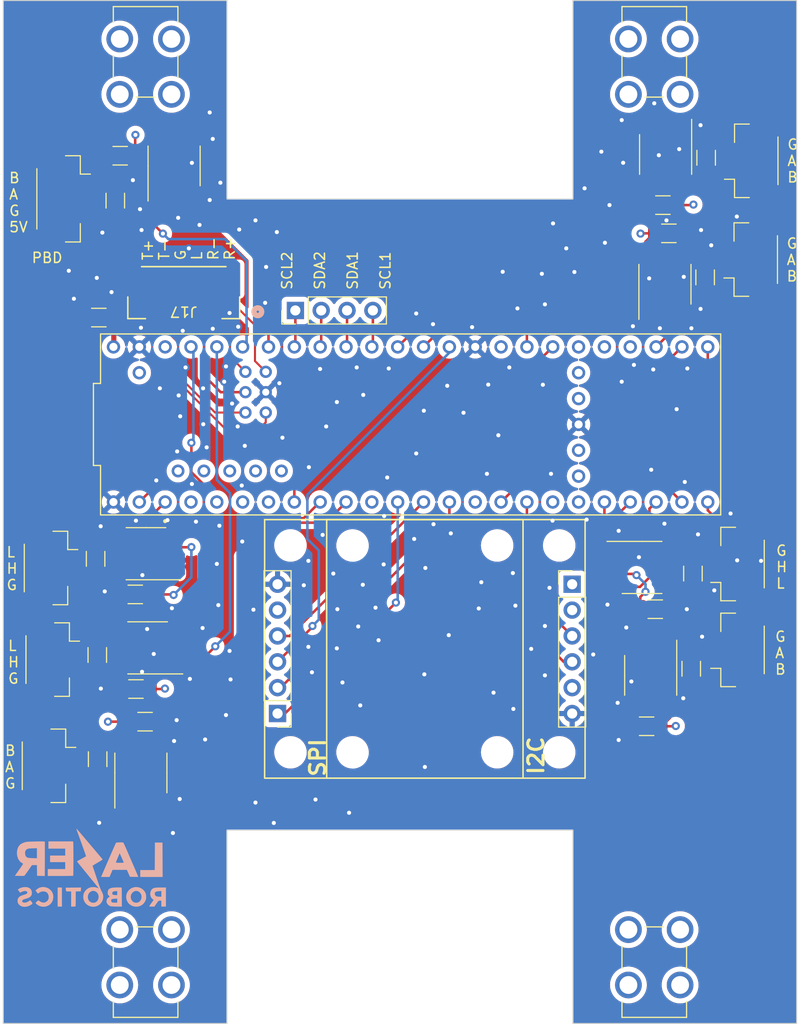
<source format=kicad_pcb>
(kicad_pcb (version 20221018) (generator pcbnew)
  (layers (0 "F.Cu" signal) (1 "In1.Cu" power "PWR") (2 "In2.Cu" power "GND") (31 "B.Cu" signal) (34 "B.Paste" user) (35 "F.Paste" user) (36 "B.SilkS" user "B.Silkscreen") (37 "F.SilkS" user "F.Silkscreen") (38 "B.Mask" user) (39 "F.Mask" user) (44 "Edge.Cuts" user))
  (net 0 "")
  (net 1 "+3.3V")
  (net 2 "GND")
  (net 3 "+5V")
  (net 4 "/RS485 Transceivers/B1")
  (net 5 "/RS485 Transceivers/A1")
  (net 6 "/RS485 Transceivers/B2")
  (net 7 "/RS485 Transceivers/A2")
  (net 8 "/RX5")
  (net 9 "/TX5")
  (net 10 "/SCL2")
  (net 11 "/SDA2")
  (net 12 "/SCL1")
  (net 13 "/SDA1")
  (net 14 "/CS")
  (net 15 "/SCLK")
  (net 16 "/RX1")
  (net 17 "/RTS1")
  (net 18 "/TX1")
  (net 19 "/RX2")
  (net 20 "/RTS2")
  (net 21 "/TX2")
  (net 22 "/RX3")
  (net 23 "/RTS3")
  (net 24 "/TX3")
  (net 25 "/RX4")
  (net 26 "/RTS4")
  (net 27 "/TX4")
  (net 28 "/CTX1")
  (net 29 "/CRX1")
  (net 31 "/CTX2")
  (net 32 "/CRX2")
  (net 34 "/MISO{slash}POCI")
  (net 47 "/MOSI{slash}PICO")
  (net 51 "/SDA3")
  (net 52 "/SCL3")
  (net 55 "/RS485 Transceivers/B3")
  (net 56 "/RS485 Transceivers/A3")
  (net 57 "/RS485 Transceivers/B4")
  (net 58 "/RS485 Transceivers/A4")
  (net 59 "/CRX3")
  (net 60 "/CTX3")
  (net 62 "/RTS5")
  (net 63 "/CAN Transceivers/L1")
  (net 64 "/CAN Transceivers/H1")
  (net 65 "/CAN Transceivers/L2")
  (net 66 "/CAN Transceivers/H2")
  (net 67 "/CAN Transceivers/L3")
  (net 68 "/CAN Transceivers/H3")
  (net 69 "/RS485 Transceivers/B5")
  (net 70 "/RS485 Transceivers/A5")
  (net 91 "/RX+")
  (net 92 "/RX-")
  (net 93 "/LED")
  (net 94 "/TX-")
  (net 95 "/TX+")
  (footprint "7774:KEYSTONE_7774" (layer "F.Cu") (at 117 40 -90)
    (fp_text reference "J12" hide)
    (fp_text value "7774")
  )
  (footprint "MountingHole:MountingHole_2.7mm_M2.5" (layer "F.Cu") (at 131.24 107.36 90)
    (fp_text reference "H5" hide)
    (fp_text value "MountingHole")
  )
  (footprint "Package_SO:SOIC-8_3.9x4.9mm_P1.27mm" (layer "F.Cu") (at 116.535 109.386624 90)
    (fp_text reference "U2")
    (fp_text value "SP3485CP")
  )
  (footprint "Capacitor_SMD:C_1206_3216Metric" (layer "F.Cu") (at 112.4 64.65 180)
    (fp_text reference "C5")
    (fp_text value "1uF")
  )
  (footprint "Package_SO:SOIC-8_3.9x4.9mm_P1.27mm" (layer "F.Cu") (at 119.8 49.75 90)
    (fp_text reference "U9" hide)
    (fp_text value "SP3485CP")
  )
  (footprint "Connector_JST:JST_GH_SM03B-GHS-TB_1x03-1MP_P1.25mm_Horizontal" (layer "F.Cu") (at 176.6 49.25 90)
    (fp_text reference "J2")
    (fp_text value "Conn_01x03_Socket")
  )
  (footprint "Connector_JST:JST_GH_SM03B-GHS-TB_1x03-1MP_P1.25mm_Horizontal" (layer "F.Cu") (at 107.435 108.686624 -90)
    (fp_text reference "J1")
    (fp_text value "Conn_01x03_Socket")
  )
  (footprint "Resistor_SMD:R_1206_3216Metric" (layer "F.Cu") (at 112.25 97.8 -90)
    (fp_text reference "R6")
    (fp_text value "120ohm")
  )
  (footprint "Capacitor_SMD:C_1206_3216Metric" (layer "F.Cu") (at 166.25 104.8 180)
    (fp_text reference "C1")
    (fp_text value "0.1uF")
  )
  (footprint "7774:KEYSTONE_7774" (layer "F.Cu") (at 167 40 -90)
    (fp_text reference "J13" hide)
    (fp_text value "7774")
  )
  (footprint "Resistor_SMD:R_1206_3216Metric" (layer "F.Cu") (at 112.285 108.036624 90)
    (fp_text reference "R1")
    (fp_text value "220ohm")
  )
  (footprint "Capacitor_SMD:C_1206_3216Metric" (layer "F.Cu") (at 167.1 93.3)
    (fp_text reference "C8" hide)
    (fp_text value "0.1uF")
  )
  (footprint "Resistor_SMD:R_1206_3216Metric" (layer "F.Cu") (at 172 60.7 -90)
    (fp_text reference "R4")
    (fp_text value "220ohm")
  )
  (footprint "Connector_PinHeader_2.54mm:PinHeader_1x04_P2.54mm_Vertical" (layer "F.Cu") (at 131.72 63.95 90)
    (fp_text reference "J7" hide)
    (fp_text value "Conn_01x08_Socket")
  )
  (footprint "Connector_JST:JST_GH_SM03B-GHS-TB_1x03-1MP_P1.25mm_Horizontal" (layer "F.Cu") (at 176.55 58.95 90)
    (fp_text reference "J4")
    (fp_text value "Conn_01x03_Socket")
  )
  (footprint "MountingHole:MountingHole_2.7mm_M2.5" (layer "F.Cu") (at 137.34 107.36 90)
    (fp_text reference "H11" hide)
    (fp_text value "MountingHole")
  )
  (footprint "Connector_JST:JST_GH_SM03B-GHS-TB_1x03-1MP_P1.25mm_Horizontal" (layer "F.Cu") (at 107.8 98.25 -90)
    (fp_text reference "J6")
    (fp_text value "Conn_01x03_Socket")
  )
  (footprint "MountingHole:MountingHole_2.7mm_M2.5" (layer "F.Cu") (at 151.56 107.36 90)
    (fp_text reference "H8" hide)
    (fp_text value "MountingHole")
  )
  (footprint "Capacitor_SMD:C_1206_3216Metric" (layer "F.Cu") (at 116.95 104.35)
    (fp_text reference "C6")
    (fp_text value "0.1uF")
  )
  (footprint "Resistor_SMD:R_1206_3216Metric" (layer "F.Cu") (at 170.8 89.8 90)
    (fp_text reference "R7" hide)
    (fp_text value "120ohm")
  )
  (footprint "Connector_JST:JST_GH_SM03B-GHS-TB_1x03-1MP_P1.25mm_Horizontal" (layer "F.Cu") (at 107.63375 89.25375 -90)
    (fp_text reference "J5")
    (fp_text value "Conn_01x03_Socket")
  )
  (footprint "MountingHole:MountingHole_2.7mm_M2.5" (layer "F.Cu") (at 157.66 87.04 90)
    (fp_text reference "H10" hide)
    (fp_text value "MountingHole")
  )
  (footprint "Capacitor_SMD:C_1206_3216Metric" (layer "F.Cu") (at 167.85 53.6 180)
    (fp_text reference "C2" hide)
    (fp_text value "0.1uF")
  )
  (footprint "Connector_PinHeader_2.54mm:PinHeader_1x06_P2.54mm_Vertical" (layer "F.Cu") (at 158.93 90.85)
    (fp_text reference "J9" hide)
    (fp_text value "Conn_01x05_Socket")
  )
  (footprint "MountingHole:MountingHole_2.7mm_M2.5" (layer "F.Cu") (at 151.56 87.04 90)
    (fp_text reference "H7" hide)
    (fp_text value "MountingHole")
  )
  (footprint "Capacitor_SMD:C_1206_3216Metric" (layer "F.Cu") (at 114.5 48.75 180)
    (fp_text reference "C9" hide)
    (fp_text value "0.1uF")
  )
  (footprint "7774:KEYSTONE_7774" (layer "F.Cu") (at 167 127.5 90)
    (fp_text reference "J15" hide)
    (fp_text value "7774")
  )
  (footprint "MountingHole:MountingHole_2.7mm_M2.5" (layer "F.Cu") (at 131.24 87.04 90)
    (fp_text reference "H6" hide)
    (fp_text value "MountingHole")
  )
  (footprint "Resistor_SMD:R_1206_3216Metric" (layer "F.Cu") (at 172.1 48.95 -90)
    (fp_text reference "R2")
    (fp_text value "220ohm")
  )
  (footprint "Capacitor_SMD:C_1206_3216Metric" (layer "F.Cu") (at 168.435 56.375)
    (fp_text reference "C3")
    (fp_text value "0.1uF")
  )
  (footprint "Resistor_SMD:R_1206_3216Metric" (layer "F.Cu") (at 112.08375 88.35375 -90)
    (fp_text reference "R5")
    (fp_text value "120ohm")
  )
  (footprint "Resistor_SMD:R_1206_3216Metric" (layer "F.Cu") (at 114.020749 53.1625 90)
    (fp_text reference "R8" hide)
    (fp_text value "220ohm")
  )
  (footprint "footprints:CONN_SM06B-GHS-TB_JST" (layer "F.Cu") (at 120.75 62.2 180)
    (fp_text reference "J17")
    (fp_text value "SM06B-GHS-TB")
  )
  (footprint "Capacitor_SMD:C_1206_3216Metric" (layer "F.Cu") (at 116.05 101.1425 180)
    (fp_text reference "C4")
    (fp_text value "0.1uF")
  )
  (footprint "Connector_JST:JST_GH_SM04B-GHS-TB_1x04-1MP_P1.25mm_Horizontal" (layer "F.Cu") (at 108.870749 52.9875 -90)
    (fp_text reference "J11" hide)
    (fp_text value "Conn_01x03_Socket")
  )
  (footprint "Teensy 4.1:Teensy_4.1" (layer "F.Cu") (at 143.05 75.15)
    (fp_text reference "U1")
    (fp_text value "Teensy 4.1")
  )
  (footprint "Package_SO:SOIC-8_3.9x4.9mm_P1.27mm" (layer "F.Cu") (at 165.8 89.2)
    (fp_text reference "U8" hide)
    (fp_text value "SN65HVD230")
  )
  (footprint "Package_SO:SOIC-8_3.9x4.9mm_P1.27mm" (layer "F.Cu") (at 168.05 61.375 90)
    (fp_text reference "U5")
    (fp_text value "SP3485CP")
  )
  (footprint "Connector_JST:JST_GH_SM03B-GHS-TB_1x03-1MP_P1.25mm_Horizontal" (layer "F.Cu") (at 175.25 97.3 90)
    (fp_text reference "J3")
    (fp_text value "Conn_01x03_Socket")
  )
  (footprint "Package_SO:SOIC-8_3.9x4.9mm_P1.27mm" (layer "F.Cu") (at 166.65 99.8 -90)
    (fp_text reference "U4")
    (fp_text value "SP3485CP")
  )
  (footprint "MountingHole:MountingHole_2.7mm_M2.5" (layer "F.Cu") (at 157.66 107.36 90)
    (fp_text reference "H9" hide)
    (fp_text value "MountingHole")
  )
  (footprint "Resistor_SMD:R_1206_3216Metric" (layer "F.Cu") (at 170.635 99.15 -90)
    (fp_text reference "R3")
    (fp_text value "220ohm")
  )
  (footprint "Connector_PinHeader_2.54mm:PinHeader_1x06_P2.54mm_Vertical" (layer "F.Cu") (at 129.97 103.55 180)
    (fp_text reference "J8")
    (fp_text value "Conn_01x05_Socket")
  )
  (footprint "MountingHole:MountingHole_2.7mm_M2.5" (layer "F.Cu") (at 137.34 87.04 90)
    (fp_text reference "H12" hide)
    (fp_text value "MountingHole")
  )
  (footprint "Connector_JST:JST_GH_SM03B-GHS-TB_1x03-1MP_P1.25mm_Horizontal" (layer "F.Cu") (at 175.25 88.8625 90)
    (fp_text reference "J10" hide)
    (fp_text value "Conn_01x03_Socket")
  )
  (footprint "Package_SO:SOIC-8_3.9x4.9mm_P1.27mm" (layer "F.Cu") (at 117.2 97.1 180)
    (fp_text reference "U7")
    (fp_text value "SN65HVD230")
  )
  (footprint "Capacitor_SMD:C_1206_3216Metric" (layer "F.Cu") (at 115.98375 91.84875 180)
    (fp_text reference "C7")
    (fp_text value "0.1uF")
  )
  (footprint "Package_SO:SOIC-8_3.9x4.9mm_P1.27mm" (layer "F.Cu") (at 168.115 48.625 -90)
    (fp_text reference "U3")
    (fp_text value "SP3485CP")
  )
  (footprint "7774:KEYSTONE_7774" (layer "F.Cu") (at 117 127.5 90)
    (fp_text reference "J14" hide)
    (fp_text value "7774")
  )
  (footprint "Package_SO:SOIC-8_3.9x4.9mm_P1.27mm" (layer "F.Cu") (at 117.03375 87.84875 180)
    (fp_text reference "U6")
    (fp_text value "SN65HVD230")
  )
  (footprint "LOGO" (layer "B.Cu") (at 111.75 118.15 180)
    (fp_text reference "G***" hide)
    (fp_text value "LOGO" hide)
  )
  (gr_rect (start 134.8 84.5) (end 160.2 109.9) (stroke (width 0.15)) (fill none) (layer "F.SilkS"))
  (gr_rect (start 128.7 84.5) (end 154.1 109.9) (stroke (width 0.15)) (fill none) (layer "F.SilkS"))
  (gr_line (start 125 115) (end 159 115) (stroke (width 0.1)) (layer "Edge.Cuts"))
  (gr_line (start 181 33.5) (end 159 33.5) (stroke (width 0.1)) (layer "Edge.Cuts"))
  (gr_line (start 181 33.5) (end 181 134) (stroke (width 0.1)) (layer "Edge.Cuts"))
  (gr_line (start 125 134) (end 125 115) (stroke (width 0.1)) (layer "Edge.Cuts"))
  (gr_line (start 125 33.5) (end 125 53) (stroke (width 0.1)) (layer "Edge.Cuts"))
  (gr_line (start 103 134) (end 103 33.5) (stroke (width 0.1)) (layer "Edge.Cuts"))
  (gr_line (start 103 33.5) (end 125 33.5) (stroke (width 0.1)) (layer "Edge.Cuts"))
  (gr_line (start 103 134) (end 125 134) (stroke (width 0.1)) (layer "Edge.Cuts"))
  (gr_line (start 159 134) (end 159 115) (stroke (width 0.1)) (layer "Edge.Cuts"))
  (gr_line (start 125 53) (end 159 53) (stroke (width 0.1)) (layer "Edge.Cuts"))
  (gr_line (start 159 33.5) (end 159 53) (stroke (width 0.1)) (layer "Edge.Cuts"))
  (gr_line (start 181 134) (end 159 134) (stroke (width 0.1)) (layer "Edge.Cuts"))
  (gr_text "L\nH\nG" (at 103.25 91.50375) (layer "F.SilkS") (effects (font (size 1 1)) (justify left bottom)))
  (gr_text "B\nA\nG" (at 103.1 111) (layer "F.SilkS") (effects (font (size 1 1)) (justify left bottom)))
  (gr_text "SCL2\n\nSDA2\n\nSDA1\n\nSCL1" (at 141.15 62 90) (layer "F.SilkS") (effects (font (size 1 1)) (justify left bottom)))
  (gr_text "B\nA\nG\n5V" (at 103.5 56.35) (layer "F.SilkS") (effects (font (size 1 1)) (justify left bottom)))
  (gr_text "G\nH\nL" (at 178.9 91.35) (layer "F.SilkS") (effects (font (size 1 1)) (justify left bottom)))
  (gr_text "G\nA\nB" (at 178.8 99.8) (layer "F.SilkS") (effects (font (size 1 1)) (justify left bottom)))
  (gr_text "G\nA\nB" (at 180 51.45) (layer "F.SilkS") (effects (font (size 1 1)) (justify left bottom)))
  (gr_text "T+\nT-\nG\nL\nR-\nR+\n" (at 125.85 59.1 90) (layer "F.SilkS") (effects (font (size 1 1)) (justify left bottom)))
  (gr_text "L\nH\nG" (at 103.4 100.7) (layer "F.SilkS") (effects (font (size 1 1)) (justify left bottom)))
  (gr_text "G\nA\nB" (at 179.935 61.175) (layer "F.SilkS") (effects (font (size 1 1)) (justify left bottom)))
  (gr_text "I2C" (at 156.26 109.7 90) (layer "F.SilkS") (effects (font (size 1.5 1.5) (thickness 0.3) bold) (justify left bottom)))
  (gr_text "SPI" (at 134.8 109.9 90) (layer "F.SilkS") (effects (font (size 1.5 1.5) (thickness 0.3) bold) (justify left bottom)))
  (gr_text "PBD" (at 105.720749 59.3625) (layer "F.SilkS") (effects (font (size 1 1)) (justify left bottom)))
  (segment (start 165.135 89.835) (end 163.325 89.835) (width 0.25) (layer "F.Cu") (net 1))
  (segment (start 170.8 53.6) (end 170.85 53.55) (width 0.25) (layer "F.Cu") (net 1))
  (segment (start 114.63 105.195) (end 114.63 106.911624) (width 0.25) (layer "F.Cu") (net 1))
  (segment (start 167.725 104.8) (end 168.555 103.97) (width 0.25) (layer "F.Cu") (net 1))
  (segment (start 117.035 96.465) (end 119.675 96.465) (width 0.25) (layer "F.Cu") (net 1))
  (segment (start 118.8575 101.1425) (end 118.9 101.1) (width 0.25) (layer "F.Cu") (net 1))
  (segment (start 116.5 97) (end 117.035 96.465) (width 0.25) (layer "F.Cu") (net 1))
  (segment (start 170.02 52.905) (end 169.325 53.6) (width 0.25) (layer "F.Cu") (net 1))
  (segment (start 119.75 91.9) (end 119.69875 91.84875) (width 0.25) (layer "F.Cu") (net 1))
  (segment (start 116.5 97.8) (end 116.5 97) (width 0.25) (layer "F.Cu") (net 1))
  (segment (start 165.25 89.95) (end 165.135 89.835) (width 0.25) (layer "F.Cu") (net 1))
  (segment (start 165.625 92.099598) (end 166.137299 91.587299) (width 0.25) (layer "F.Cu") (net 1))
  (segment (start 115.475 104.35) (end 113.3 104.35) (width 0.25) (layer "F.Cu") (net 1))
  (segment (start 115.975 48.75) (end 117.45 47.275) (width 0.25) (layer "F.Cu") (net 1))
  (segment (start 166.145 57.19) (end 166.145 58.9) (width 0.25) (layer "F.Cu") (net 1))
  (segment (start 165.625 93.3) (end 165.625 92.099598) (width 0.25) (layer "F.Cu") (net 1))
  (segment (start 117.45 47.275) (end 117.895 47.275) (width 0.25) (layer "F.Cu") (net 1))
  (segment (start 117.525 101.1425) (end 117.525 98.825) (width 0.25) (layer "F.Cu") (net 1))
  (segment (start 117.525 98.825) (end 116.5 97.8) (width 0.25) (layer "F.Cu") (net 1))
  (segment (start 167.725 104.8) (end 169.09 104.8) (width 0.25) (layer "F.Cu") (net 1))
  (segment (start 166.96 56.375) (end 165.675 56.375) (width 0.25) (layer "F.Cu") (net 1))
  (segment (start 119.50875 87.21375) (end 121.48625 87.21375) (width 0.25) (layer "F.Cu") (net 1))
  (segment (start 119.69875 91.84875) (end 117.45875 91.84875) (width 0.25) (layer "F.Cu") (net 1))
  (segment (start 115.475 104.35) (end 114.63 105.195) (width 0.25) (layer "F.Cu") (net 1))
  (segment (start 166.96 56.375) (end 166.145 57.19) (width 0.25) (layer "F.Cu") (net 1))
  (segment (start 169.09 104.8) (end 169.115 104.775) (width 0.25) (layer "F.Cu") (net 1))
  (segment (start 170.02 51.1) (end 170.02 52.905) (width 0.25) (layer "F.Cu") (net 1))
  (segment (start 117.525 101.1425) (end 118.8575 101.1425) (width 0.25) (layer "F.Cu") (net 1))
  (segment (start 168.555 103.97) (end 168.555 102.275) (width 0.25) (layer "F.Cu") (net 1))
  (segment (start 169.325 53.6) (end 170.8 53.6) (width 0.25) (layer "F.Cu") (net 1))
  (segment (start 115.975 46.725) (end 116 46.7) (width 0.25) (layer "F.Cu") (net 1))
  (segment (start 121.48625 87.21375) (end 121.5 87.2) (width 0.25) (layer "F.Cu") (net 1))
  (segment (start 115.975 48.75) (end 115.975 46.725) (width 0.25) (layer "F.Cu") (net 1))
  (via (at 119.75 91.9) (size 0.8) (drill 0.4) (layers "F.Cu" "B.Cu") (net 1))
  (via (at 121.5 87.2) (size 0.8) (drill 0.4) (layers "F.Cu" "B.Cu") (net 1))
  (via (at 113.3 104.35) (size 0.8) (drill 0.4) (layers "F.Cu" "B.Cu") (net 1))
  (via (at 116 46.7) (size 0.8) (drill 0.4) (layers "F.Cu" "B.Cu") (net 1))
  (via (at 166.137299 91.587299) (size 0.8) (drill 0.4) (layers "F.Cu" "B.Cu") (net 1))
  (via (at 165.65 56.4) (size 0.8) (drill 0.4) (layers "F.Cu" "B.Cu") (net 1))
  (via (at 170.85 53.55) (size 0.8) (drill 0.4) (layers "F.Cu" "B.Cu") (net 1))
  (via (at 165.25 89.95) (size 0.8) (drill 0.4) (layers "F.Cu" "B.Cu") (net 1))
  (via (at 118.9 101.1) (size 0.8) (drill 0.4) (layers "F.Cu" "B.Cu") (net 1))
  (via (at 169.115 104.775) (size 0.8) (drill 0.4) (layers "F.Cu" "B.Cu") (net 1))
  (segment (start 165.25 89.95) (end 166.137299 90.837299) (width 0.25) (layer "B.Cu") (net 1))
  (segment (start 166.137299 90.837299) (end 166.137299 91.587299) (width 0.25) (layer "B.Cu") (net 1))
  (segment (start 119.75 91.9) (end 121.5 90.15) (width 0.25) (layer "B.Cu") (net 1))
  (segment (start 121.5 90.15) (end 121.5 87.2) (width 0.25) (layer "B.Cu") (net 1))
  (via (at 112.6 101.1) (size 0.8) (drill 0.4) (layers "F.Cu" "B.Cu") (net 2))
  (via (at 121.35 100.15) (size 0.8) (drill 0.4) (layers "F.Cu" "B.Cu") (net 2))
  (via (at 168.2 55.1) (size 0.8) (drill 0.4) (layers "F.Cu" "B.Cu") (net 2))
  (via (at 157.05 55.4) (size 0.8) (drill 0.4) (layers "F.Cu" "B.Cu") (net 2))
  (via (at 133 88.55) (size 0.8) (drill 0.4) (layers "F.Cu" "B.Cu") (net 2))
  (via (at 119.685 115.286624) (size 0.8) (drill 0.4) (layers "F.Cu" "B.Cu") (net 2))
  (via (at 143.6 64.25) (size 0.8) (drill 0.4) (layers "F.Cu" "B.Cu") (net 2))
  (via (at 163.5 106.15) (size 0.8) (drill 0.4) (layers "F.Cu" "B.Cu") (net 2))
  (via (at 116.54073 65.647378) (size 0.8) (drill 0.4) (layers "F.Cu" "B.Cu") (net 2))
  (via (at 133 97) (size 0.8) (drill 0.4) (layers "F.Cu" "B.Cu") (net 2))
  (via (at 166.9 69.75) (size 0.8) (drill 0.4) (layers "F.Cu" "B.Cu") (net 2))
  (via (at 156.25 94.95) (size 0.8) (drill 0.4) (layers "F.Cu" "B.Cu") (net 2))
  (via (at 171.6 56.05) (size 0.8) (drill 0.4) (layers "F.Cu" "B.Cu") (net 2))
  (via (at 170.2 93.3) (size 0.8) (drill 0.4) (layers "F.Cu" "B.Cu") (net 2))
  (via (at 121.55 49.45) (size 0.8) (drill 0.4) (layers "F.Cu" "B.Cu") (net 2))
  (via (at 166.7 79.6) (size 0.8) (drill 0.4) (layers "F.Cu" "B.Cu") (net 2))
  (via (at 120.4 74.35) (size 0.8) (drill 0.4) (layers "F.Cu" "B.Cu") (net 2))
  (via (at 150 90.65) (size 0.8) (drill 0.4) (layers "F.Cu" "B.Cu") (net 2))
  (via (at 152.75 69.55) (size 0.8) (drill 0.4) (layers "F.Cu" "B.Cu") (net 2))
  (via (at 123 77.4) (size 0.8) (drill 0.4) (layers "F.Cu" "B.Cu") (net 2))
  (via (at 130.45 76.45) (size 0.8) (drill 0.4) (layers "F.Cu" "B.Cu") (net 2))
  (via (at 120.1 77.8) (size 0.8) (drill 0.4) (layers "F.Cu" "B.Cu") (net 2))
  (via (at 172.6 57.55) (size 0.8) (drill 0.4) (layers "F.Cu" "B.Cu") (net 2))
  (via (at 119.58375 93.20375) (size 0.8) (drill 0.4) (layers "F.Cu" "B.Cu") (net 2))
  (via (at 109.95 62.8) (size 0.8) (drill 0.4) (layers "F.Cu" "B.Cu") (net 2))
  (via (at 135.794635 97.14598) (size 0.8) (drill 0.4) (layers "F.Cu" "B.Cu") (net 2))
  (via (at 136.35 100.5) (size 0.8) (drill 0.4) (layers "F.Cu" "B.Cu") (net 2))
  (via (at 156.25 99.8) (size 0.8) (drill 0.4) (layers "F.Cu" "B.Cu") (net 2))
  (via (at 124.25 85.1) (size 0.8) (drill 0.4) (layers "F.Cu" "B.Cu") (net 2))
  (via (at 124 88.85) (size 0.8) (drill 0.4) (layers "F.Cu" "B.Cu") (net 2))
  (via (at 121.95 84.7) (size 0.8) (drill 0.4) (layers "F.Cu" "B.Cu") (net 2))
  (via (at 153.35 92.95) (size 0.8) (drill 0.4) (layers "F.Cu" "B.Cu") (net 2))
  (via (at 124.15 92.9) (size 0.8) (drill 0.4) (layers "F.Cu" "B.Cu") (net 2))
  (via (at 145.25 65.3) (size 0.8) (drill 0.4) (layers "F.Cu" "B.Cu") (net 2))
  (via (at 154.9 97.2) (size 0.8) (drill 0.4) (layers "F.Cu" "B.Cu") (net 2))
  (via (at 138.35 90.9) (size 0.8) (drill 0.4) (layers "F.Cu" "B.Cu") (net 2))
  (via (at 169.2 73.65) (size 0.8) (drill 0.4) (layers "F.Cu" "B.Cu") (net 2))
  (via (at 171.7 96) (size 0.8) (drill 0.4) (layers "F.Cu" "B.Cu") (net 2))
  (via (at 156.05 71.25) (size 0.8) (drill 0.4) (layers "F.Cu" "B.Cu") (net 2))
  (via (at 162.6 53.6) (size 0.8) (drill 0.4) (layers "F.Cu" "B.Cu") (net 2))
  (via (at 170.25 69.65) (size 0.8) (drill 0.4) (layers "F.Cu" "B.Cu") (net 2))
  (via (at 145.3 84.95) (size 0.8) (drill 0.4) (layers "F.Cu" "B.Cu") (net 2))
  (via (at 127.6 93.35) (size 0.8) (drill 0.4) (layers "F.Cu" "B.Cu") (net 2))
  (via (at 138.394771 72.247892) (size 0.8) (drill 0.4) (layers "F.Cu" "B.Cu") (net 2))
  (via (at 116.45 54) (size 0.8) (drill 0.4) (layers "F.Cu" "B.Cu") (net 2))
  (via (at 127.8 112.3) (size 0.8) (drill 0.4) (layers "F.Cu" "B.Cu") (net 2))
  (via (at 119.8 106.25) (size 0.8) (drill 0.4) (layers "F.Cu" "B.Cu") (net 2))
  (via (at 126.1 65.55) (size 0.8) (drill 0.4) (layers "F.Cu" "B.Cu") (net 2))
  (via (at 121.25 57.85) (size 0.8) (drill 0.4) (layers "F.Cu" "B.Cu") (net 2))
  (via (at 177.5 88.55) (size 0.8) (drill 0.4) (layers "F.Cu" "B.Cu") (net 2))
  (via (at 164.75 100.4) (size 0.8) (drill 0.4) (layers "F.Cu" "B.Cu") (net 2))
  (via (at 122.3 55.55) (size 0.8) (drill 0.4) (layers "F.Cu" "B.Cu") (net 2))
  (via (at 120.25 72.3) (size 0.8) (drill 0.4) (layers "F.Cu" "B.Cu") (net 2))
  (via (at 112.435 114.286624) (size 0.8) (drill 0.4) (layers "F.Cu" "B.Cu") (net 2))
  (via (at 157 84.6) (size 0.8) (drill 0.4) (layers "F.Cu" "B.Cu") (net 2))
  (via (at 163.4 102.5) (size 0.8) (drill 0.4) (layers "F.Cu" "B.Cu") (net 2))
  (via (at 120.35 111.95) (size 0.8) (drill 0.4) (layers "F.Cu" "B.Cu") (net 2))
  (via (at 162.4 92.85) (size 0.8) (drill 0.4) (layers "F.Cu" "B.Cu") (net 2))
  (via (at 169.9 60.65) (size 0.8) (drill 0.4) (layers "F.Cu" "B.Cu") (net 2))
  (via (at 175.115 54.725) (size 0.8) (drill 0.4) (layers "F.Cu" "B.Cu") (net 2))
  (via (at 168 84.9) (size 0.8) (drill 0.4) (layers "F.Cu" "B.Cu") (net 2))
  (via (at 150.680126 71.23654) (size 0.8) (drill 0.4) (layers "F.Cu" "B.Cu") (net 2))
  (via (at 167.45 48.7) (size 0.8) (drill 0.4) (layers "F.Cu" "B.Cu") (net 2))
  (via (at 137 113.3) (size 0.8) (drill 0.4) (layers "F.Cu" "B.Cu") (net 2))
  (via (at 134.4 86) (size 0.8) (drill 0.4) (layers "F.Cu" "B.Cu") (net 2))
  (via (at 120.2 54.85) (size 0.8) (drill 0.4) (layers "F.Cu" "B.Cu") (net 2))
  (via (at 171.55 63.8) (size 0.8) (drill 0.4) (layers "F.Cu" "B.Cu") (net 2))
  (via (at 139.9 96.35) (size 0.8) (drill 0.4) (layers "F.Cu" "B.Cu") (net 2))
  (via (at 125.5 73.1) (size 0.8) (drill 0.4) (layers "F.Cu" "B.Cu") (net 2))
  (via (at 172.9 91.45) (size 0.8) (drill 0.4) (layers "F.Cu" "B.Cu") (net 2))
  (via (at 126.75 77.25) (size 0.8) (drill 0.4) (layers "F.Cu" "B.Cu") (net 2))
  (via (at 140.749368 80.361512) (size 0.8) (drill 0.4) (layers "F.Cu" "B.Cu") (net 2))
  (via (at 171.3 85.95) (size 0.8) (drill 0.4) (layers "F.Cu" "B.Cu") (net 2))
  (via (at 135.45 89.8) (size 0.8) (drill 0.4) (layers "F.Cu" "B.Cu") (net 2))
  (via (at 135.8 72.95) (size 0.8) (drill 0.4) (layers "F.Cu" "B.Cu") (net 2))
  (via (at 166.5 60.8) (size 0.8) (drill 0.4) (layers "F.Cu" "B.Cu") (net 2))
  (via (at 109.45 60.05) (size 0.8) (drill 0.4) (layers "F.Cu" "B.Cu") (net 2))
  (via (at 117.8 97.7) (size 0.8) (drill 0.4) (layers "F.Cu" "B.Cu") (net 2))
  (via (at 165 69.3) (size 0.8) (drill 0.4) (layers "F.Cu" "B.Cu") (net 2))
  (via (at 127.8 55.1) (size 0.8) (drill 0.4) (layers "F.Cu" "B.Cu") (net 2))
  (via (at 132.55 90.95) (size 0.8) (drill 0.4) (layers "F.Cu" "B.Cu") (net 2))
  (via (at 138.1 102.75) (size 0.8) (drill 0.4) (layers "F.Cu" "B.Cu") (net 2))
  (via (at 123.6 65.75) (size 0.8) (drill 0.4) (layers "F.Cu" "B.Cu") (net 2))
  (via (at 137.75 69.55) (size 0.8) (drill 0.4) (layers "F.Cu" "B.Cu") (net 2))
  (via (at 120.65 65.95) (size 0.8) (drill 0.4) (layers "F.Cu" "B.Cu") (net 2))
  (via (at 122.6 95.15) (size 0.8) (drill 0.4) (layers "F.Cu" "B.Cu") (net 2))
  (via (at 174.5 83.9) (size 0.8) (drill 0.4) (layers "F.Cu" "B.Cu") (net 2))
  (via (at 146.65 71.35) (size 0.8) (drill 0.4) (layers "F.Cu" "B.Cu") (net 2))
  (via (at 123.6 47.1) (size 0.8) (drill 0.4) (layers "F.Cu" "B.Cu") (net 2))
  (via (at 167 43.6) (size 0.8) (drill 0.4) (layers "F.Cu" "B.Cu") (net 2))
  (via (at 160.15 51.95) (size 0.8) (drill 0.4) (layers "F.Cu" "B.Cu") (net 2))
  (via (at 169.45 48.1) (size 0.8) (drill 0.4) (layers "F.Cu" "B.Cu") (net 2))
  (via (at 143.4 86.4) (size 0.8) (drill 0.4) (layers "F.Cu" "B.Cu") (net 2))
  (via (at 118.05 80.65) (size 0.8) (drill 0.4) (layers "F.Cu" "B.Cu") (net 2))
  (via (at 156.85 80) (size 0.8) (drill 0.4) (layers "F.Cu" "B.Cu") (net 2))
  (via (at 158.35 57.85) (size 0.8) (drill 0.4) (layers "F.Cu" "B.Cu") (net 2))
  (via (at 133.05 79.35) (size 0.8) (drill 0.4) (layers "F.Cu" "B.Cu") (net 2))
  (via (at 163.8 45.25) (size 0.8) (drill 0.4) (layers "F.Cu" "B.Cu") (net 2))
  (via (at 140.9 69.65) (size 0.8) (drill 0.4) (layers "F.Cu" "B.Cu") (net 2))
  (via (at 163.942299 49.442299) (size 0.8) (drill 0.4) (layers "F.Cu" "B.Cu") (net 2))
  (via (at 160.35 84.5) (size 0.8) (drill 0.4) (layers "F.Cu" "B.Cu") (net 2))
  (via (at 123.3 53.1) (size 0.8) (drill 0.4) (layers "F.Cu" "B.Cu") (net 2))
  (via (at 133.35 99.5) (size 0.8) (drill 0.4) (layers "F.Cu" "B.Cu") (net 2))
  (via (at 113.65 62.15) (size 0.8) (drill 0.4) (layers "F.Cu" "B.Cu") (net 2))
  (via (at 112.2 60.75) (size 0.8) (drill 0.4) (layers "F.Cu" "B.Cu") (net 2))
  (via (at 163.8 70.95) (size 0.8) (drill 0.4) (layers "F.Cu" "B.Cu") (net 2))
  (via (at 151.67446 76.21128) (size 0.8) (drill 0.4) (layers "F.Cu" "B.Cu") (net 2))
  (via (at 118.4 71.6) (size 0.8) (drill 0.4) (layers "F.Cu" "B.Cu") (net 2))
  (via (at 126.5 86.65) (size 0.8) (drill 0.4) (layers "F.Cu" "B.Cu") (net 2))
  (via (at 161 97.75) (size 0.8) (drill 0.4) (layers "F.Cu" "B.Cu") (net 2))
  (via (at 149.092275 65.590874) (size 0.8) (drill 0.4) (layers "F.Cu" "B.Cu") (net 2))
  (via (at 112.75 56.3) (size 0.8) (drill 0.4) (layers "F.Cu" "B.Cu") (net 2))
  (via (at 130.15 71.1) (size 0.8) (drill 0.4) (layers "F.Cu" "B.Cu") (net 2))
  (via (at 122.65 71.6) (size 0.8) (drill 0.4) (layers "F.Cu" "B.Cu") (net 2))
  (via (at 129.6 114.3) (size 0.8) (drill 0.4) (layers "F.Cu" "B.Cu") (net 2))
  (via (at 169.85 102.05) (size 0.8) (drill 0.4) (layers "F.Cu" "B.Cu") (net 2))
  (via (at 126.45 81.15) (size 0.8) (drill 0.4) (layers "F.Cu" "B.Cu") (net 2))
  (via (at 124.35 51.4) (size 0.8) (drill 0.4) (layers "F.Cu" "B.Cu") (net 2))
  (via (at 149.748968 93.228471) (size 0.8) (drill 0.4) (layers "F.Cu" "B.Cu") (net 2))
  (via (at 148.25 74) (size 0.8) (drill 0.4) (layers "F.Cu" "B.Cu") (net 2))
  (via (at 151.2 101.5) (size 0.8) (drill 0.4) (layers "F.Cu" "B.Cu") (net 2))
  (via (at 137.9 95) (size 0.8) (drill 0.4) (layers "F.Cu" "B.Cu") (net 2))
  (via (at 153.1 89.75) (size 0.8) (drill 0.4) (layers "F.Cu" "B.Cu") (net 2))
  (via (at 144.4 99.7) (size 0.8) (drill 0.4) (layers "F.Cu" "B.Cu") (net 2))
  (via (at 122.668167 75.127514) (size 0.8) (drill 0.4) (layers "F.Cu" "B.Cu") (net 2))
  (via (at 146.8 95.85) (size 0.8) (drill 0.4) (layers "F.Cu" "B.Cu") (net 2))
  (via (at 112.58375 85.15375) (size 0.8) (drill 0.4) (layers "F.Cu" "B.Cu") (net 2))
  (via (at 143.6 78) (size 0.8) (drill 0.4) (layers "F.Cu" "B.Cu") (net 2))
  (via (at 153.15 103.1) (size 0.8) (drill 0.4) (layers "F.Cu" "B.Cu") (net 2))
  (via (at 164.9 65.5) (size 0.8) (drill 0.4) (layers "F.Cu" "B.Cu") (net 2))
  (via (at 124.9 103.7) (size 0.8) (drill 0.4) (layers "F.Cu" "B.Cu") (net 2))
  (via (at 116.68375 89.95375) (size 0.8) (drill 0.4) (layers "F.Cu" "B.Cu") (net 2))
  (via (at 126.2 56) (size 0.8) (drill 0.4) (layers "F.Cu" "B.Cu") (net 2))
  (via (at 112.98375 91.55375) (size 0.8) (drill 0.4) (layers "F.Cu" "B.Cu") (net 2))
  (via (at 119.15 84.55) (size 0.8) (drill 0.4) (layers "F.Cu" "B.Cu") (net 2))
  (via (at 153.55 63.75) (size 0.8) (drill 0.4) (layers "F.Cu" "B.Cu") (net 2))
  (via (at 165.492261 88.193693) (size 0.8) (drill 0.4) (layers "F.Cu" "B.Cu") (net 2))
  (via (at 152.1 60.15) (size 0.8) (drill 0.4) (layers "F.Cu" "B.Cu") (net 2))
  (via (at 123.3 44.5) (size 0.8) (drill 0.4) (layers "F.Cu" "B.Cu") (net 2))
  (via (at 162.15 57.3) (size 0.8) (drill 0.4) (layers "F.Cu" "B.Cu") (net 2))
  (via (at 150.55 80) (size 0.8) (drill 0.4) (layers "F.Cu" "B.Cu") (net 2))
  (via (at 156.7 91.2) (size 0.8) (drill 0.4) (layers "F.Cu" "B.Cu") (net 2))
  (via (at 140.4 88.9) (size 0.8) (drill 0.4) (layers "F.Cu" "B.Cu") (net 2))
  (via (at 147 85.85) (size 0.8) (drill 0.4) (layers "F.Cu" "B.Cu") (net 2))
  (via (at 128.845063 59.676736) (size 0.8) (drill 0.4) (layers "F.Cu" "B.Cu") (net 2))
  (via (at 125.25 97.4) (size 0.8) (drill 0.4) (layers "F.Cu" "B.Cu") (net 2))
  (via (at 125.35 100.2) (size 0.8) (drill 0.4) (layers "F.Cu" "B.Cu") (net 2))
  (via (at 117.15 95.25) (size 0.8) (drill 0.4) (layers "F.Cu" "B.Cu") (net 2))
  (via (at 134.15 69.7) (size 0.8) (drill 0.4) (layers "F.Cu" "B.Cu") (net 2))
  (via (at 161.8 48.35) (size 0.8) (drill 0.4) (layers "F.Cu" "B.Cu") (net 2))
  (via (at 116.6 56.05) (size 0.8) (drill 0.4) (layers "F.Cu" "B.Cu") (net 2))
  (via (at 120.9255 69.55) (size 0.8) (drill 0.4) (layers "F.Cu" "B.Cu") (net 2))
  (via (at 171.55 45.75) (size 0.8) (drill 0.4) (layers "F.Cu" "B.Cu") (net 2))
  (via (at 163.5 85.6) (size 0.8) (drill 0.4) (layers "F.Cu" "B.Cu") (net 2))
  (via (at 175.15 88.5) (size 0.8) (drill 0.4) (layers "F.Cu" "B.Cu") (net 2))
  (via (at 124.9 69.45) (size 0.8) (drill 0.4) (layers "F.Cu" "B.Cu") (net 2))
  (via (at 139.6 93.15) (size 0.8) (drill 0.4) (layers "F.Cu" "B.Cu") (net 2))
  (via (at 144.35 73.8) (size 0.8) (drill 0.4) (layers "F.Cu" "B.Cu") (net 2))
  (via (at 170 80.8) (size 0.8) (drill 0.4) (layers "F.Cu" "B.Cu") (net 2))
  (via (at 126.05 75.35) (size 0.8) (drill 0.4) (layers "F.Cu" "B.Cu") (net 2))
  (via (at 128.75 63.2) (size 0.8) (drill 0.4) (layers "F.Cu" "B.Cu") (net 2))
  (via (at 120.05 104.2) (size 0.8) (drill 0.4) (layers "F.Cu" "B.Cu") (net 2))
  (via (at 164.25 95.1) (size 0.8) (drill 0.4) (layers "F.Cu" "B.Cu") (net 2))
  (via (at 140.45 84.15) (size 0.8) (drill 0.4) (layers "F.Cu" "B.Cu") (net 2))
  (via (at 134.75 75.35) (size 0.8) (drill 0.4) (layers "F.Cu" "B.Cu") (net 2))
  (via (at 133.7 112) (size 0.8) (drill 0.4) (layers "F.Cu" "B.Cu") (net 2))
  (via (at 156.25 63.35) (size 0.8) (drill 0.4) (layers "F.Cu" "B.Cu") (net 2))
  (via (at 116.65 99.45) (size 0.8) (drill 0.4) (layers "F.Cu" "B.Cu") (net 2))
  (via (at 124.7245 70.95) (size 0.8) (drill 0.4) (layers "F.Cu" "B.Cu") (net 2))
  (via (at 170.65 65.7) (size 0.8) (drill 0.4) (layers "F.Cu" "B.Cu") (net 2))
  (via (at 115.75 51.15) (size 0.8) (drill 0.4) (layers "F.Cu" "B.Cu") (net 2))
  (via (at 144.45 108.8) (size 0.8) (drill 0.4) (layers "F.Cu" "B.Cu") (net 2))
  (via (at 159.148735 60.172226) (size 0.8) (drill 0.4) (layers "F.Cu" "B.Cu") (net 2))
  (via (at 122.85 106.1) (size 0.8) (drill 0.4) (layers "F.Cu" "B.Cu") (net 2))
  (via (at 144.5 89.25) (size 0.8) (drill 0.4) (layers "F.Cu" "B.Cu") (net 2))
  (via (at 135.85 93.3) (size 0.8) (drill 0.4) (layers "F.Cu" "B.Cu") (net 2))
  (via (at 155.95 60.35) (size 0.8) (drill 0.4) (layers "F.Cu" "B.Cu") (net 2))
  (via (at 121.55 81) (size 0.8) (drill 0.4) (layers "F.Cu" "B.Cu") (net 2))
  (via (at 167.55 65.7) (size 0.8) (drill 0.4) (layers "F.Cu" "B.Cu") (net 2))
  (via (at 116.05 84.6) (size 0.8) (drill 0.4) (layers "F.Cu" "B.Cu") (net 2))
  (via (at 125.25 64.2) (size 0.8) (drill 0.4) (layers "F.Cu" "B.Cu") (net 2))
  (via (at 129.9 56.25) (size 0.8) (drill 0.4) (layers "F.Cu" "B.Cu") (net 2))
  (segment (start 110.720749 61.495749) (end 110.720749 54.8625) (width 0.508) (layer "F.Cu") (net 3))
  (segment (start 113.875 67.495) (end 113.875 64.65) (width 0.508) (layer "F.Cu") (net 3))
  (segment (start 113.875 64.65) (end 110.720749 61.495749) (width 0.508) (layer "F.Cu") (net 3))
  (segment (start 113.84 67.53) (end 113.875 67.495) (width 0.508) (layer "F.Cu") (net 3))
  (segment (start 109.285 107.436624) (end 111.4225 107.436624) (width 0.25) (layer "F.Cu") (net 4))
  (segment (start 115.9 107.288375) (end 114.976751 108.211624) (width 0.25) (layer "F.Cu") (net 4))
  (segment (start 115.9 106.911624) (end 115.9 107.288375) (width 0.25) (layer "F.Cu") (net 4))
  (segment (start 114.976751 108.211624) (end 113.9225 108.211624) (width 0.25) (layer "F.Cu") (net 4))
  (segment (start 113.9225 108.211624) (end 112.285 106.574124) (width 0.25) (layer "F.Cu") (net 4))
  (segment (start 111.4225 107.436624) (end 112.285 106.574124) (width 0.25) (layer "F.Cu") (net 4))
  (segment (start 117.17 107.288375) (end 114.959251 109.499124) (width 0.25) (layer "F.Cu") (net 5))
  (segment (start 109.285 108.686624) (end 111.4725 108.686624) (width 0.25) (layer "F.Cu") (net 5))
  (segment (start 117.17 106.911624) (end 117.17 107.288375) (width 0.25) (layer "F.Cu") (net 5))
  (segment (start 111.4725 108.686624) (end 112.285 109.499124) (width 0.25) (layer "F.Cu") (net 5))
  (segment (start 114.959251 109.499124) (end 112.285 109.499124) (width 0.25) (layer "F.Cu") (net 5))
  (segment (start 171.2875 49.6) (end 169.6 49.6) (width 0.25) (layer "F.Cu") (net 6))
  (segment (start 172.1 50.4125) (end 171.2875 49.6) (width 0.25) (layer "F.Cu") (net 6))
  (segment (start 174.6625 50.4125) (end 174.75 50.5) (width 0.25) (layer "F.Cu") (net 6))
  (segment (start 169.6 49.6) (end 168.75 50.45) (width 0.25) (layer "F.Cu") (net 6))
  (segment (start 172.1 50.4125) (end 174.6625 50.4125) (width 0.25) (layer "F.Cu") (net 6))
  (segment (start 168.75 50.45) (end 168.75 51.1) (width 0.25) (layer "F.Cu") (net 6))
  (segment (start 167.48 51.1) (end 167.48 50.42) (width 0.25) (layer "F.Cu") (net 7))
  (segment (start 173.8625 49.25) (end 174.75 49.25) (width 0.25) (layer "F.Cu") (net 7))
  (segment (start 168.75 49.15) (end 170.4375 49.15) (width 0.25) (layer "F.Cu") (net 7))
  (segment (start 170.4375 49.15) (end 172.1 47.4875) (width 0.25) (layer "F.Cu") (net 7))
  (segment (start 172.1 47.4875) (end 173.8625 49.25) (width 0.25) (layer "F.Cu") (net 7))
  (segment (start 167.48 50.42) (end 168.75 49.15) (width 0.25) (layer "F.Cu") (net 7))
  (segment (start 117.895 55.595) (end 118.7 56.4) (width 0.25) (layer "F.Cu") (net 8))
  (segment (start 117.895 52.225) (end 117.895 55.595) (width 0.25) (layer "F.Cu") (net 8))
  (via (at 118.7 56.4) (size 0.8) (drill 0.4) (layers "F.Cu" "B.Cu") (net 8))
  (segment (start 124.7875 56.9375) (end 126.925 59.075) (width 0.25) (layer "B.Cu") (net 8))
  (segment (start 126.925 59.075) (end 126.925 67.145) (width 0.25) (layer "B.Cu") (net 8))
  (segment (start 118.7 56.4) (end 119.2375 56.9375) (width 0.25) (layer "B.Cu") (net 8))
  (segment (start 126.925 67.145) (end 126.54 67.53) (width 0.25) (layer "B.Cu") (net 8))
  (segment (start 119.2375 56.9375) (end 124.7875 56.9375) (width 0.25) (layer "B.Cu") (net 8))
  (segment (start 121.705 52.225) (end 121.705 52.705) (width 0.25) (layer "F.Cu") (net 9))
  (segment (start 127.75 64.5) (end 129.08 65.83) (width 0.25) (layer "F.Cu") (net 9))
  (segment (start 129.08 65.83) (end 129.08 67.53) (width 0.25) (layer "F.Cu") (net 9))
  (segment (start 127.75 58.75) (end 127.75 64.5) (width 0.25) (layer "F.Cu") (net 9))
  (segment (start 121.705 52.705) (end 127.75 58.75) (width 0.25) (layer "F.Cu") (net 9))
  (segment (start 131.72 63.95) (end 131.72 67.43) (width 0.25) (layer "F.Cu") (net 10))
  (segment (start 131.72 67.43) (end 131.62 67.53) (width 0.25) (layer "F.Cu") (net 10))
  (segment (start 134.26 67.43) (end 134.16 67.53) (width 0.25) (layer "F.Cu") (net 11))
  (segment (start 134.26 63.95) (end 134.26 67.43) (width 0.25) (layer "F.Cu") (net 11))
  (segment (start 139.34 67.43) (end 139.24 67.53) (width 0.25) (layer "F.Cu") (net 12))
  (segment (start 139.34 63.95) (end 139.34 67.43) (width 0.25) (layer "F.Cu") (net 12))
  (segment (start 136.8 67.43) (end 136.7 67.53) (width 0.25) (layer "F.Cu") (net 13))
  (segment (start 136.8 63.95) (end 136.8 67.43) (width 0.25) (layer "F.Cu") (net 13))
  (segment (start 141.6 92.65) (end 130.7 103.55) (width 0.25) (layer "F.Cu") (net 14))
  (segment (start 130.7 103.55) (end 129.97 103.55) (width 0.25) (layer "F.Cu") (net 14))
  (via (at 141.6 92.65) (size 0.8) (drill 0.4) (layers "F.Cu" "B.Cu") (net 14))
  (segment (start 141.78 92.47) (end 141.78 82.77) (width 0.25) (layer "B.Cu") (net 14))
  (segment (start 141.6 92.65) (end 141.78 92.47) (width 0.25) (layer "B.Cu") (net 14))
  (segment (start 133.4 94.95) (end 133.4 95.04) (width 0.25) (layer "F.Cu") (net 15))
  (segment (start 133.4 95.04) (end 129.97 98.47) (width 0.25) (layer "F.Cu") (net 15))
  (via (at 133.4 94.95) (size 0.8) (drill 0.4) (layers "F.Cu" "B.Cu") (net 15))
  (segment (start 134.025 87.526903) (end 132.9 86.401903) (width 0.25) (layer "B.Cu") (net 15))
  (segment (start 146.86 68.09) (end 146.86 67.53) (width 0.25) (layer "B.Cu") (net 15))
  (segment (start 132.9 86.401903) (end 132.9 82.05) (width 0.25) (layer "B.Cu") (net 15))
  (segment (start 132.9 82.05) (end 146.86 68.09) (width 0.25) (layer "B.Cu") (net 15))
  (segment (start 134.025 94.325) (end 134.025 87.526903) (width 0.25) (layer "B.Cu") (net 15))
  (segment (start 133.4 94.95) (end 134.025 94.325) (width 0.25) (layer "B.Cu") (net 15))
  (segment (start 126.3 88.1) (end 130.05 84.35) (width 0.25) (layer "F.Cu") (net 16))
  (segment (start 121.325 106.249695) (end 126.3 101.274695) (width 0.25) (layer "F.Cu") (net 16))
  (segment (start 118.75 109.4) (end 121.325 106.825) (width 0.25) (layer "F.Cu") (net 16))
  (segment (start 114.63 111.861624) (end 114.63 111.484873) (width 0.25) (layer "F.Cu") (net 16))
  (segment (start 114.63 111.484873) (end 116.714873 109.4) (width 0.25) (layer "F.Cu") (net 16))
  (segment (start 130.05 84.35) (end 132.55 84.35) (width 0.25) (layer "F.Cu") (net 16))
  (segment (start 121.325 106.825) (end 121.325 106.249695) (width 0.25) (layer "F.Cu") (net 16))
  (segment (start 116.714873 109.4) (end 118.75 109.4) (width 0.25) (layer "F.Cu") (net 16))
  (segment (start 132.55 84.35) (end 134.13 82.77) (width 0.25) (layer "F.Cu") (net 16))
  (segment (start 126.3 101.274695) (end 126.3 88.1) (width 0.25) (layer "F.Cu") (net 16))
  (segment (start 134.13 82.77) (end 134.16 82.77) (width 0.25) (layer "F.Cu") (net 16))
  (segment (start 117.17 111.861624) (end 117.17 112.87) (width 0.25) (layer "F.Cu") (net 17))
  (segment (start 134.15 113.25) (end 148.15 99.25) (width 0.25) (layer "F.Cu") (net 17))
  (segment (start 148.15 99.25) (end 148.15 76.4) (width 0.25) (layer "F.Cu") (net 17))
  (segment (start 117.55 113.25) (end 134.15 113.25) (width 0.25) (layer "F.Cu") (net 17))
  (segment (start 148.15 76.4) (end 157.02 67.53) (width 0.25) (layer "F.Cu") (net 17))
  (segment (start 117.17 112.87) (end 117.55 113.25) (width 0.25) (layer "F.Cu") (net 17))
  (segment (start 117.17 111.861624) (end 115.9 111.861624) (width 0.25) (layer "F.Cu") (net 17))
  (segment (start 118.44 111.861624) (end 126.75 103.551624) (width 0.25) (layer "F.Cu") (net 18))
  (segment (start 126.75 103.551624) (end 126.75 88.85) (width 0.25) (layer "F.Cu") (net 18))
  (segment (start 126.75 88.85) (end 130.8 84.8) (width 0.25) (layer "F.Cu") (net 18))
  (segment (start 130.8 84.8) (end 134.7 84.8) (width 0.25) (layer "F.Cu") (net 18))
  (segment (start 136.7 82.8) (end 136.7 82.77) (width 0.25) (layer "F.Cu") (net 18))
  (segment (start 134.7 84.8) (end 136.7 82.8) (width 0.25) (layer "F.Cu") (net 18))
  (segment (start 170.02 46.15) (end 170.02 45.12) (width 0.25) (layer "F.Cu") (net 19))
  (segment (start 144.894126 64.415874) (end 141.78 67.53) (width 0.25) (layer "F.Cu") (net 19))
  (segment (start 165 45.1) (end 165 46.723604) (width 0.25) (layer "F.Cu") (net 19))
  (segment (start 170.02 45.12) (end 169.65 44.75) (width 0.25) (layer "F.Cu") (net 19))
  (segment (start 149.534126 64.415874) (end 144.894126 64.415874) (width 0.25) (layer "F.Cu") (net 19))
  (segment (start 161.45 52.5) (end 149.534126 64.415874) (width 0.25) (layer "F.Cu") (net 19))
  (segment (start 165 46.723604) (end 161.45 50.273604) (width 0.25) (layer "F.Cu") (net 19))
  (segment (start 165.35 44.75) (end 165 45.1) (width 0.25) (layer "F.Cu") (net 19))
  (segment (start 161.45 50.273604) (end 161.45 52.5) (width 0.25) (layer "F.Cu") (net 19))
  (segment (start 169.65 44.75) (end 165.35 44.75) (width 0.25) (layer "F.Cu") (net 19))
  (segment (start 167.48 46.15) (end 167.48 47.425) (width 0.25) (layer "F.Cu") (net 20))
  (segment (start 164.05 53.6) (end 154.48 63.17) (width 0.25) (layer "F.Cu") (net 20))
  (segment (start 154.48 63.17) (end 154.48 67.53) (width 0.25) (layer "F.Cu") (net 20))
  (segment (start 167.475 47.425) (end 164.05 50.85) (width 0.25) (layer "F.Cu") (net 20))
  (segment (start 164.05 50.85) (end 164.05 53.6) (width 0.25) (layer "F.Cu") (net 20))
  (segment (start 167.48 47.425) (end 167.475 47.425) (width 0.25) (layer "F.Cu") (net 20))
  (segment (start 168.75 46.15) (end 167.48 46.15) (width 0.25) (layer "F.Cu") (net 20))
  (segment (start 146.984126 64.865874) (end 144.32 67.53) (width 0.25) (layer "F.Cu") (net 21))
  (segment (start 166.21 46.15) (end 162 50.36) (width 0.25) (layer "F.Cu") (net 21))
  (segment (start 162 52.7) (end 149.834126 64.865874) (width 0.25) (layer "F.Cu") (net 21))
  (segment (start 162 50.36) (end 162 52.7) (width 0.25) (layer "F.Cu") (net 21))
  (segment (start 149.834126 64.865874) (end 146.984126 64.865874) (width 0.25) (layer "F.Cu") (net 21))
  (segment (start 168.555 98.295) (end 167.65 99.2) (width 0.25) (layer "F.Cu") (net 22))
  (segment (start 167.65 99.2) (end 164.55 99.2) (width 0.25) (layer "F.Cu") (net 22))
  (segment (start 162.1 84.25) (end 162.1 82.77) (width 0.25) (layer "F.Cu") (net 22))
  (segment (start 164.55 99.2) (end 160.4 95.05) (width 0.25) (layer "F.Cu") (net 22))
  (segment (start 160.4 95.05) (end 160.4 85.95) (width 0.25) (layer "F.Cu") (net 22))
  (segment (start 160.4 85.95) (end 162.1 84.25) (width 0.25) (layer "F.Cu") (net 22))
  (segment (start 168.555 97.325) (end 168.555 98.295) (width 0.25) (layer "F.Cu") (net 22))
  (segment (start 167.95 95.8) (end 169.85 95.8) (width 0.25) (layer "F.Cu") (net 23))
  (segment (start 166.015 97.325) (end 167.285 97.325) (width 0.25) (layer "F.Cu") (net 23))
  (segment (start 167.285 97.325) (end 167.285 96.465) (width 0.25) (layer "F.Cu") (net 23))
  (segment (start 176.25 89.4) (end 176.25 87.575673) (width 0.25) (layer "F.Cu") (net 23))
  (segment (start 172.26 83.585673) (end 172.26 82.77) (width 0.25) (layer "F.Cu") (net 23))
  (segment (start 176.25 87.575673) (end 172.26 83.585673) (width 0.25) (layer "F.Cu") (net 23))
  (segment (start 167.285 96.465) (end 167.95 95.8) (width 0.25) (layer "F.Cu") (net 23))
  (segment (start 169.85 95.8) (end 176.25 89.4) (width 0.25) (layer "F.Cu") (net 23))
  (segment (start 164.745 97.325) (end 160.95 93.53) (width 0.25) (layer "F.Cu") (net 24))
  (segment (start 160.95 93.53) (end 160.95 86.46) (width 0.25) (layer "F.Cu") (net 24))
  (segment (start 160.95 86.46) (end 164.64 82.77) (width 0.25) (layer "F.Cu") (net 24))
  (segment (start 166.35 68.95) (end 168.3 68.95) (width 0.25) (layer "F.Cu") (net 25))
  (segment (start 165.9 68.5) (end 166.35 68.95) (width 0.25) (layer "F.Cu") (net 25))
  (segment (start 166.145 63.85) (end 165.9 64.095) (width 0.25) (layer "F.Cu") (net 25))
  (segment (start 168.3 68.95) (end 169.72 67.53) (width 0.25) (layer "F.Cu") (net 25))
  (segment (start 165.9 64.095) (end 165.9 68.5) (width 0.25) (layer "F.Cu") (net 25))
  (segment (start 166.65 62.2) (end 165.2 62.2) (width 0.25) (layer "F.Cu") (net 26))
  (segment (start 165.175 70.775) (end 170.945 70.775) (width 0.25) (layer "F.Cu") (net 26))
  (segment (start 165.2 62.2) (end 163.35 64.05) (width 0.25) (layer "F.Cu") (net 26))
  (segment (start 170.945 70.775) (end 172.26 69.46) (width 0.25) (layer "F.Cu") (net 26))
  (segment (start 172.26 69.46) (end 172.26 67.53) (width 0.25) (layer "F.Cu") (net 26))
  (segment (start 167.415 63.85) (end 167.415 62.965) (width 0.25) (layer "F.Cu") (net 26))
  (segment (start 163.35 68.95) (end 165.175 70.775) (width 0.25) (layer "F.Cu") (net 26))
  (segment (start 163.35 64.05) (end 163.35 68.95) (width 0.25) (layer "F.Cu") (net 26))
  (segment (start 167.415 62.965) (end 166.65 62.2) (width 0.25) (layer "F.Cu") (net 26))
  (segment (start 168.685 63.85) (end 167.415 63.85) (width 0.25) (layer "F.Cu") (net 26))
  (segment (start 169.955 63.85) (end 169.955 64.755) (width 0.25) (layer "F.Cu") (net 27))
  (segment (start 169.955 64.755) (end 167.18 67.53) (width 0.25) (layer "F.Cu") (net 27))
  (segment (start 117.05 84.64) (end 118.92 82.77) (width 0.25) (layer "F.Cu") (net 28))
  (segment (start 118.10375 89.75375) (end 117.05 88.7) (width 0.25) (layer "F.Cu") (net 28))
  (segment (start 117.05 88.7) (end 117.05 84.64) (width 0.25) (layer "F.Cu") (net 28))
  (segment (start 119.50875 89.75375) (end 118.10375 89.75375) (width 0.25) (layer "F.Cu") (net 28))
  (segment (start 117.65 81.5) (end 116.38 82.77) (width 0.25) (layer "F.Cu") (net 29))
  (segment (start 119.55 81.5) (end 117.65 81.5) (width 0.25) (layer "F.Cu") (net 29))
  (segment (start 120.2 82.15) (end 119.55 81.5) (width 0.25) (layer "F.Cu") (net 29))
  (segment (start 119.50875 85.94375) (end 120.2 85.2525) (width 0.25) (layer "F.Cu") (net 29))
  (segment (start 120.2 85.2525) (end 120.2 82.15) (width 0.25) (layer "F.Cu") (net 29))
  (segment (start 121.795 99.005) (end 123.85 96.95) (width 0.25) (layer "F.Cu") (net 31))
  (segment (start 119.675 99.005) (end 121.795 99.005) (width 0.25) (layer "F.Cu") (net 31))
  (via (at 123.85 96.95) (size 0.8) (drill 0.4) (layers "F.Cu" "B.Cu") (net 31))
  (segment (start 125.3 95.5) (end 125.3 81.9) (width 0.25) (layer "B.Cu") (net 31))
  (segment (start 124 80.6) (end 124 67.53) (width 0.25) (layer "B.Cu") (net 31))
  (segment (start 123.85 96.95) (end 125.3 95.5) (width 0.25) (layer "B.Cu") (net 31))
  (segment (start 125.3 81.9) (end 124 80.6) (width 0.25) (layer "B.Cu") (net 31))
  (segment (start 119.675 95.195) (end 122.726 92.144) (width 0.25) (layer "F.Cu") (net 32))
  (segment (start 122.726 81.06516) (end 121.5 79.83916) (width 0.25) (layer "F.Cu") (net 32))
  (segment (start 121.5 79.83916) (end 121.5 76.95) (width 0.25) (layer "F.Cu") (net 32))
  (segment (start 122.726 92.144) (end 122.726 81.06516) (width 0.25) (layer "F.Cu") (net 32))
  (via (at 121.5 76.95) (size 0.8) (drill 0.4) (layers "F.Cu" "B.Cu") (net 32))
  (segment (start 121.7 67.77) (end 121.46 67.53) (width 0.25) (layer "B.Cu") (net 32))
  (segment (start 121.5 76.95) (end 121.7 76.75) (width 0.25) (layer "B.Cu") (net 32))
  (segment (start 121.7 76.75) (end 121.7 67.77) (width 0.25) (layer "B.Cu") (net 32))
  (segment (start 130.265305 101.01) (end 146.86 84.415305) (width 0.25) (layer "F.Cu") (net 34))
  (segment (start 146.86 84.415305) (end 146.86 82.77) (width 0.25) (layer "F.Cu") (net 34))
  (segment (start 129.97 101.01) (end 130.265305 101.01) (width 0.25) (layer "F.Cu") (net 34))
  (segment (start 131.16 95.93) (end 144.32 82.77) (width 0.25) (layer "F.Cu") (net 47))
  (segment (start 129.97 95.93) (end 131.16 95.93) (width 0.25) (layer "F.Cu") (net 47))
  (segment (start 154.48 94.85) (end 154.48 82.77) (width 0.25) (layer "F.Cu") (net 51))
  (segment (start 158.1 98.47) (end 154.48 94.85) (width 0.25) (layer "F.Cu") (net 51))
  (segment (start 158.93 98.47) (end 158.1 98.47) (width 0.25) (layer "F.Cu") (net 51))
  (segment (start 154.95 81.15) (end 153.56 81.15) (width 0.25) (layer "F.Cu") (net 52))
  (segment (start 155.75 92.75) (end 155.75 81.95) (width 0.25) (layer "F.Cu") (net 52))
  (segment (start 155.75 81.95) (end 154.95 81.15) (width 0.25) (layer "F.Cu") (net 52))
  (segment (start 153.56 81.15) (end 151.94 82.77) (width 0.25) (layer "F.Cu") (net 52))
  (segment (start 158.93 95.93) (end 155.75 92.75) (width 0.25) (layer "F.Cu") (net 52))
  (segment (start 168.570749 100.6125) (end 170.635 100.6125) (width 0.25) (layer "F.Cu") (net 55))
  (segment (start 172.8725 98.55) (end 173.4 98.55) (width 0.25) (layer "F.Cu") (net 55))
  (segment (start 167.285 102.275) (end 167.285 101.898249) (width 0.25) (layer "F.Cu") (net 55))
  (segment (start 170.635 100.6125) (end 170.81 100.6125) (width 0.25) (layer "F.Cu") (net 55))
  (segment (start 170.81 100.6125) (end 172.8725 98.55) (width 0.25) (layer "F.Cu") (net 55))
  (segment (start 167.285 101.898249) (end 168.570749 100.6125) (width 0.25) (layer "F.Cu") (net 55))
  (segment (start 166.85 100.35) (end 168.1475 100.35) (width 0.25) (layer "F.Cu") (net 56))
  (segment (start 173.0125 97.6875) (end 173.4 97.3) (width 0.25) (layer "F.Cu") (net 56))
  (segment (start 166.015 101.185) (end 166.85 100.35) (width 0.25) (layer "F.Cu") (net 56))
  (segment (start 168.1475 100.35) (end 170.635 97.8625) (width 0.25) (layer "F.Cu") (net 56))
  (segment (start 166.015 102.275) (end 166.015 101.185) (width 0.25) (layer "F.Cu") (net 56))
  (segment (start 170.635 97.6875) (end 173.0125 97.6875) (width 0.25) (layer "F.Cu") (net 56))
  (segment (start 170.635 97.8625) (end 170.635 97.6875) (width 0.25) (layer "F.Cu") (net 56))
  (segment (start 172 62.1625) (end 172.7375 62.1625) (width 0.25) (layer "F.Cu") (net 57))
  (segment (start 169.013604 61.95) (end 167.415 60.351396) (width 0.25) (layer "F.Cu") (net 57))
  (segment (start 171.7875 61.95) (end 169.013604 61.95) (width 0.25) (layer "F.Cu") (net 57))
  (segment (start 172 62.1625) (end 171.7875 61.95) (width 0.25) (layer "F.Cu") (net 57))
  (segment (start 167.415 60.351396) (end 167.415 58.9) (width 0.25) (layer "F.Cu") (net 57))
  (segment (start 172.7375 62.1625) (end 174.7 60.2) (width 0.25) (layer "F.Cu") (net 57))
  (segment (start 172 59.2375) (end 172 60) (width 0.25) (layer "F.Cu") (net 58))
  (segment (start 170.5 61.5) (end 169.2 61.5) (width 0.25) (layer "F.Cu") (net 58))
  (segment (start 172 59.2375) (end 174.4125 59.2375) (width 0.25) (layer "F.Cu") (net 58))
  (segment (start 172 60) (end 170.5 61.5) (width 0.25) (layer "F.Cu") (net 58))
  (segment (start 174.4125 59.2375) (end 174.7 58.95) (width 0.25) (layer "F.Cu") (net 58))
  (segment (start 168.685 60.985) (end 168.685 58.9) (width 0.25) (layer "F.Cu") (net 58))
  (segment (start 169.2 61.5) (end 168.685 60.985) (width 0.25) (layer "F.Cu") (net 58))
  (segment (start 163.325 91.105) (end 165.595 91.105) (width 0.25) (layer "F.Cu") (net 59))
  (segment (start 166.526 83.424) (end 167.18 82.77) (width 0.25) (layer "F.Cu") (net 59))
  (segment (start 166.526 90.174) (end 166.526 83.424) (width 0.25) (layer "F.Cu") (net 59))
  (segment (start 165.595 91.105) (end 166.526 90.174) (width 0.25) (layer "F.Cu") (net 59))
  (segment (start 165.9 82.1) (end 166.8 81.2) (width 0.25) (layer "F.Cu") (net 60))
  (segment (start 166.8 81.2) (end 168.15 81.2) (width 0.25) (layer "F.Cu") (net 60))
  (segment (start 165.9 84.72) (end 165.9 82.1) (width 0.25) (layer "F.Cu") (net 60))
  (segment (start 163.325 87.295) (end 165.9 84.72) (width 0.25) (layer "F.Cu") (net 60))
  (segment (start 168.15 81.2) (end 169.72 82.77) (width 0.25) (layer "F.Cu") (net 60))
  (segment (start 121.15 50.5) (end 120.435 51.215) (width 0.25) (layer "F.Cu") (net 62))
  (segment (start 130.4 66.883484) (end 129.75 66.233484) (width 0.25) (layer "F.Cu") (net 62))
  (segment (start 131.62 70.52) (end 130.4 69.3) (width 0.25) (layer "F.Cu") (net 62))
  (segment (start 120.435 51.215) (end 120.435 52.225) (width 0.25) (layer "F.Cu") (net 62))
  (segment (start 131.62 82.77) (end 131.62 70.52) (width 0.25) (layer "F.Cu") (net 62))
  (segment (start 121.725305 50.5) (end 121.15 50.5) (width 0.25) (layer "F.Cu") (net 62))
  (segment (start 129.75 57.4) (end 128.625305 57.4) (width 0.25) (layer "F.Cu") (net 62))
  (segment (start 129.75 66.233484) (end 129.75 57.4) (width 0.25) (layer "F.Cu") (net 62))
  (segment (start 130.4 69.3) (end 130.4 66.883484) (width 0.25) (layer "F.Cu") (net 62))
  (segment (start 119.165 52.225) (end 120.435 52.225) (width 0.25) (layer "F.Cu") (net 62))
  (segment (start 128.625305 57.4) (end 121.725305 50.5) (width 0.25) (layer "F.Cu") (net 62))
  (segment (start 114.55875 87.21375) (end 112.40625 87.21375) (width 0.25) (layer "F.Cu") (net 63))
  (segment (start 112.08375 86.89125) (end 110.59625 86.89125) (width 0.25) (layer "F.Cu") (net 63))
  (segment (start 112.40625 87.21375) (end 112.08375 86.89125) (width 0.25) (layer "F.Cu") (net 63))
  (segment (start 110.59625 86.89125) (end 109.48375 88.00375) (width 0.25) (layer "F.Cu") (net 63))
  (segment (start 114.55875 88.48375) (end 113.41625 88.48375) (width 0.25) (layer "F.Cu") (net 64))
  (segment (start 112.08375 89.81625) (end 111.52125 89.25375) (width 0.25) (layer "F.Cu") (net 64))
  (segment (start 111.52125 89.25375) (end 109.48375 89.25375) (width 0.25) (layer "F.Cu") (net 64))
  (segment (start 113.41625 88.48375) (end 112.08375 89.81625) (width 0.25) (layer "F.Cu") (net 64))
  (segment (start 111.5875 97) (end 109.9 97) (width 0.25) (layer "F.Cu") (net 65))
  (segment (start 112.3775 96.465) (end 112.25 96.3375) (width 0.25) (layer "F.Cu") (net 65))
  (segment (start 112.25 96.3375) (end 111.5875 97) (width 0.25) (layer "F.Cu") (net 65))
  (segment (start 114.725 96.465) (end 112.3775 96.465) (width 0.25) (layer "F.Cu") (net 65))
  (segment (start 114.725 97.735) (end 113.7775 97.735) (width 0.25) (layer "F.Cu") (net 66))
  (segment (start 112.25 99.2625) (end 111.2375 98.25) (width 0.25) (layer "F.Cu") (net 66))
  (segment (start 111.2375 98.25) (end 109.65 98.25) (width 0.25) (layer "F.Cu") (net 66))
  (segment (start 113.7775 97.735) (end 112.25 99.2625) (width 0.25) (layer "F.Cu") (net 66))
  (segment (start 170.8 91.2625) (end 171.95 90.1125) (width 0.25) (layer "F.Cu") (net 67))
  (segment (start 168.275 89.835) (end 169.3725 89.835) (width 0.25) (layer "F.Cu") (net 67))
  (segment (start 169.3725 89.835) (end 170.8 91.2625) (width 0.25) (layer "F.Cu") (net 67))
  (segment (start 171.95 90.1125) (end 173.4 90.1125) (width 0.25) (layer "F.Cu") (net 67))
  (segment (start 170.5725 88.565) (end 170.8 88.3375) (width 0.25) (layer "F.Cu") (net 68))
  (segment (start 170.8 88.3375) (end 171.325 88.8625) (width 0.25) (layer "F.Cu") (net 68))
  (segment (start 168.275 88.565) (end 170.5725 88.565) (width 0.25) (layer "F.Cu") (net 68))
  (segment (start 171.325 88.8625) (end 173.4 88.8625) (width 0.25) (layer "F.Cu") (net 68))
  (segment (start 119.165 48.085) (end 116.85 50.4) (width 0.25) (layer "F.Cu") (net 69))
  (segment (start 116.85 50.4) (end 115.320749 50.4) (width 0.25) (layer "F.Cu") (net 69))
  (segment (start 115.320749 50.4) (end 114.020749 51.7) (width 0.25) (layer "F.Cu") (net 69))
  (segment (start 119.165 47.275) (end 119.165 48.085) (width 0.25) (layer "F.Cu") (net 69))
  (segment (start 110.720749 51.1125) (end 113.433249 51.1125) (width 0.25) (layer "F.Cu") (net 69))
  (segment (start 113.433249 51.1125) (end 114.020749 51.7) (width 0.25) (layer "F.Cu") (net 69))
  (segment (start 114.875 54.625) (end 114.020749 54.625) (width 0.25) (layer "F.Cu") (net 70))
  (segment (start 115.55 52.45) (end 115.55 53.95) (width 0.25) (layer "F.Cu") (net 70))
  (segment (start 114.020749 53.7125) (end 114.020749 54.625) (width 0.25) (layer "F.Cu") (net 70))
  (segment (start 120.435 47.275) (end 120.435 48.265) (width 0.25) (layer "F.Cu") (net 70))
  (segment (start 115.55 53.95) (end 114.875 54.625) (width 0.25) (layer "F.Cu") (net 70))
  (segment (start 119.6 49.1) (end 118.9 49.1) (width 0.25) (layer "F.Cu") (net 70))
  (segment (start 120.435 48.265) (end 119.6 49.1) (width 0.25) (layer "F.Cu") (net 70))
  (segment (start 110.720749 52.3625) (end 112.670749 52.3625) (width 0.25) (layer "F.Cu") (net 70))
  (segment (start 118.9 49.1) (end 115.55 52.45) (width 0.25) (layer "F.Cu") (net 70))
  (segment (start 112.670749 52.3625) (end 114.020749 53.7125) (width 0.25) (layer "F.Cu") (net 70))
  (segment (start 123.875 64.0757) (end 125.3 65.5007) (width 0.2) (layer "F.Cu") (net 91))
  (segment (start 125.3 68.47) (end 126.81 69.98) (width 0.2) (layer "F.Cu") (net 91))
  (segment (start 125.3 65.5007) (end 125.3 68.47) (width 0.2) (layer "F.Cu") (net 91))
  (segment (start 127.75 65.4) (end 127.75 68.92) (width 0.2) (layer "F.Cu") (net 92))
  (segment (start 124.95 62.6) (end 127.75 65.4) (width 0.2) (layer "F.Cu") (net 92))
  (segment (start 122.625 64.0757) (end 122.625 63.5296) (width 0.2) (layer "F.Cu") (net 92))
  (segment (start 123.5546 62.6) (end 124.95 62.6) (width 0.2) (layer "F.Cu") (net 92))
  (segment (start 122.625 63.5296) (end 123.5546 62.6) (width 0.2) (layer "F.Cu") (net 92))
  (segment (start 127.75 68.92) (end 128.81 69.98) (width 0.2) (layer "F.Cu") (net 92))
  (segment (start 122.75 70.35) (end 124.38 71.98) (width 0.25) (layer "F.Cu") (net 93))
  (segment (start 122.75 66.6468) (end 122.75 70.35) (width 0.25) (layer "F.Cu") (net 93))
  (segment (start 121.375 64.0757) (end 121.375 65.2718) (width 0.25) (layer "F.Cu") (net 93))
  (segment (start 124.38 71.98) (end 126.81 71.98) (width 0.25) (layer "F.Cu") (net 93))
  (segment (start 121.375 65.2718) (end 122.75 66.6468) (width 0.25) (layer "F.Cu") (net 93))
  (segment (start 118.875 65.775) (end 120.2 67.1) (width 0.2) (layer "F.Cu") (net 94))
  (segment (start 118.875 64.0757) (end 118.875 65.775) (width 0.2) (layer "F.Cu") (net 94))
  (segment (start 120.2 70.35) (end 123.83 73.98) (width 0.2) (layer "F.Cu") (net 94))
  (segment (start 123.83 73.98) (end 126.81 73.98) (width 0.2) (layer "F.Cu") (net 94))
  (segment (start 120.2 67.1) (end 120.2 70.35) (width 0.2) (layer "F.Cu") (net 94))
  (segment (start 125.45 76.2) (end 127.55 76.2) (width 0.2) (layer "F.Cu") (net 95))
  (segment (start 117.625 64.0757) (end 117.65 64.1007) (width 0.2) (layer "F.Cu") (net 95))
  (segment (start 117.65 68.4) (end 125.45 76.2) (width 0.2) (layer "F.Cu") (net 95))
  (segment (start 128.81 74.94) (end 128.81 73.98) (width 0.2) (layer "F.Cu") (net 95))
  (segment (start 117.65 64.1007) (end 117.65 68.4) (width 0.2) (layer "F.Cu") (net 95))
  (segment (start 127.55 76.2) (end 128.81 74.94) (width 0.2) (layer "F.Cu") (net 95))
  (zone (net 2) (net_name "GND") (layer "F.Cu") (connect_pads (clearance 0.5)) (min_thickness 0.25) (fill yes (thermal_gap 0.5) (thermal_bridge_width 0.5))
    (polygon (pts (xy 103 33.5) (xy 181 33.5) (xy 181 134) (xy 103 134)))
  )
  (zone (net 2) (net_name "GND") (layer "B.Cu") (priority 1) (connect_pads (clearance 0.5)) (min_thickness 0.25) (fill yes (thermal_gap 0.5) (thermal_bridge_width 0.5))
    (polygon (pts (xy 103 33.5) (xy 181 33.5) (xy 181 134) (xy 103 134)))
  )
)
</source>
